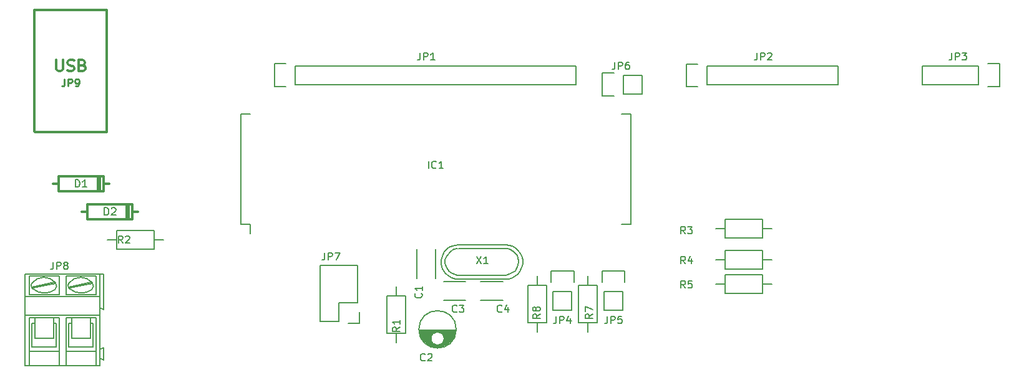
<source format=gbr>
G04 #@! TF.FileFunction,Legend,Top*
%FSLAX46Y46*%
G04 Gerber Fmt 4.6, Leading zero omitted, Abs format (unit mm)*
G04 Created by KiCad (PCBNEW 4.0.7+dfsg1-1) date Tue Apr  3 21:00:36 2018*
%MOMM*%
%LPD*%
G01*
G04 APERTURE LIST*
%ADD10C,0.100000*%
%ADD11C,0.150000*%
%ADD12C,0.304800*%
%ADD13C,0.250190*%
%ADD14C,0.203200*%
G04 APERTURE END LIST*
D10*
D11*
X124440000Y-82054000D02*
X124440000Y-86054000D01*
X121940000Y-82054000D02*
X121940000Y-86054000D01*
X120396000Y-88392000D02*
X120396000Y-93472000D01*
X120396000Y-93472000D02*
X117856000Y-93472000D01*
X117856000Y-93472000D02*
X117856000Y-88392000D01*
X117856000Y-88392000D02*
X120396000Y-88392000D01*
X119126000Y-88392000D02*
X119126000Y-87122000D01*
X119126000Y-93472000D02*
X119126000Y-94742000D01*
X127213000Y-93019000D02*
X122215000Y-93019000D01*
X127205000Y-93159000D02*
X122223000Y-93159000D01*
X127189000Y-93299000D02*
X124809000Y-93299000D01*
X124619000Y-93299000D02*
X122239000Y-93299000D01*
X127165000Y-93439000D02*
X125204000Y-93439000D01*
X124224000Y-93439000D02*
X122263000Y-93439000D01*
X127132000Y-93579000D02*
X125371000Y-93579000D01*
X124057000Y-93579000D02*
X122296000Y-93579000D01*
X127091000Y-93719000D02*
X125478000Y-93719000D01*
X123950000Y-93719000D02*
X122337000Y-93719000D01*
X127041000Y-93859000D02*
X125549000Y-93859000D01*
X123879000Y-93859000D02*
X122387000Y-93859000D01*
X126980000Y-93999000D02*
X125593000Y-93999000D01*
X123835000Y-93999000D02*
X122448000Y-93999000D01*
X126910000Y-94139000D02*
X125612000Y-94139000D01*
X123816000Y-94139000D02*
X122518000Y-94139000D01*
X126828000Y-94279000D02*
X125610000Y-94279000D01*
X123818000Y-94279000D02*
X122600000Y-94279000D01*
X126733000Y-94419000D02*
X125585000Y-94419000D01*
X123843000Y-94419000D02*
X122695000Y-94419000D01*
X126622000Y-94559000D02*
X125537000Y-94559000D01*
X123891000Y-94559000D02*
X122806000Y-94559000D01*
X126494000Y-94699000D02*
X125459000Y-94699000D01*
X123969000Y-94699000D02*
X122934000Y-94699000D01*
X126345000Y-94839000D02*
X125342000Y-94839000D01*
X124086000Y-94839000D02*
X123083000Y-94839000D01*
X126166000Y-94979000D02*
X125154000Y-94979000D01*
X124274000Y-94979000D02*
X123262000Y-94979000D01*
X125947000Y-95119000D02*
X123481000Y-95119000D01*
X125658000Y-95259000D02*
X123770000Y-95259000D01*
X125186000Y-95399000D02*
X124242000Y-95399000D01*
X125614000Y-94194000D02*
G75*
G03X125614000Y-94194000I-900000J0D01*
G01*
X127251500Y-92944000D02*
G75*
G03X127251500Y-92944000I-2537500J0D01*
G01*
X128525000Y-88975000D02*
X125525000Y-88975000D01*
X125525000Y-86475000D02*
X128525000Y-86475000D01*
X133550000Y-88975000D02*
X130550000Y-88975000D01*
X130550000Y-86475000D02*
X133550000Y-86475000D01*
X98065000Y-78665000D02*
X99335000Y-78665000D01*
X98065000Y-63695000D02*
X99335000Y-63695000D01*
X150915000Y-63695000D02*
X149645000Y-63695000D01*
X150915000Y-78665000D02*
X149645000Y-78665000D01*
X98065000Y-78665000D02*
X98065000Y-63695000D01*
X150915000Y-78665000D02*
X150915000Y-63695000D01*
X99335000Y-78665000D02*
X99335000Y-79950000D01*
D12*
X79827120Y-49530000D02*
X70012560Y-49540160D01*
X70012560Y-49540160D02*
X70012560Y-66050160D01*
X70093840Y-66090800D02*
X79806800Y-66090800D01*
X79806800Y-66090800D02*
X79806800Y-49509680D01*
D11*
X105390000Y-59670000D02*
X143490000Y-59670000D01*
X143490000Y-59670000D02*
X143490000Y-57130000D01*
X143490000Y-57130000D02*
X105390000Y-57130000D01*
X102570000Y-56850000D02*
X104120000Y-56850000D01*
X105390000Y-57130000D02*
X105390000Y-59670000D01*
X104120000Y-59950000D02*
X102570000Y-59950000D01*
X102570000Y-59950000D02*
X102570000Y-56850000D01*
X161270000Y-57150000D02*
X179050000Y-57150000D01*
X179050000Y-57150000D02*
X179050000Y-59690000D01*
X179050000Y-59690000D02*
X161270000Y-59690000D01*
X158450000Y-56870000D02*
X160000000Y-56870000D01*
X161270000Y-57150000D02*
X161270000Y-59690000D01*
X160000000Y-59970000D02*
X158450000Y-59970000D01*
X158450000Y-59970000D02*
X158450000Y-56870000D01*
X198130000Y-57130000D02*
X190510000Y-57130000D01*
X198130000Y-59670000D02*
X190510000Y-59670000D01*
X200950000Y-59950000D02*
X199400000Y-59950000D01*
X190510000Y-57130000D02*
X190510000Y-59670000D01*
X198130000Y-59670000D02*
X198130000Y-57130000D01*
X199400000Y-56850000D02*
X200950000Y-56850000D01*
X200950000Y-56850000D02*
X200950000Y-59950000D01*
X142920000Y-87795000D02*
X142920000Y-90335000D01*
X143200000Y-84975000D02*
X143200000Y-86525000D01*
X142920000Y-87795000D02*
X140380000Y-87795000D01*
X140100000Y-86525000D02*
X140100000Y-84975000D01*
X140100000Y-84975000D02*
X143200000Y-84975000D01*
X140380000Y-87795000D02*
X140380000Y-90335000D01*
X140380000Y-90335000D02*
X142920000Y-90335000D01*
X149845000Y-87805000D02*
X149845000Y-90345000D01*
X150125000Y-84985000D02*
X150125000Y-86535000D01*
X149845000Y-87805000D02*
X147305000Y-87805000D01*
X147025000Y-86535000D02*
X147025000Y-84985000D01*
X147025000Y-84985000D02*
X150125000Y-84985000D01*
X147305000Y-87805000D02*
X147305000Y-90345000D01*
X147305000Y-90345000D02*
X149845000Y-90345000D01*
X149895000Y-58405000D02*
X152435000Y-58405000D01*
X147075000Y-58125000D02*
X148625000Y-58125000D01*
X149895000Y-58405000D02*
X149895000Y-60945000D01*
X148625000Y-61225000D02*
X147075000Y-61225000D01*
X147075000Y-61225000D02*
X147075000Y-58125000D01*
X149895000Y-60945000D02*
X152435000Y-60945000D01*
X152435000Y-60945000D02*
X152435000Y-58405000D01*
X113870000Y-89295000D02*
X113870000Y-84215000D01*
X114150000Y-92115000D02*
X112600000Y-92115000D01*
X111330000Y-91835000D02*
X111330000Y-89295000D01*
X111330000Y-89295000D02*
X113870000Y-89295000D01*
X113870000Y-84215000D02*
X108790000Y-84215000D01*
X108790000Y-84215000D02*
X108790000Y-89295000D01*
X114150000Y-92115000D02*
X114150000Y-90565000D01*
X108790000Y-91835000D02*
X111330000Y-91835000D01*
X108790000Y-89295000D02*
X108790000Y-91835000D01*
X70053440Y-94173040D02*
X72593440Y-94173040D01*
X72593440Y-94173040D02*
X72593440Y-91379040D01*
X70053440Y-91379040D02*
X72593440Y-91379040D01*
X70053440Y-94173040D02*
X70053440Y-91379040D01*
X75057240Y-94173040D02*
X77597240Y-94173040D01*
X77597240Y-94173040D02*
X77597240Y-91379040D01*
X75057240Y-91379040D02*
X77597240Y-91379040D01*
X75057240Y-94173040D02*
X75057240Y-91379040D01*
X78918040Y-85410040D02*
X78918040Y-88458040D01*
X78918040Y-85410040D02*
X68733040Y-85410040D01*
X78918040Y-85410040D02*
X79426040Y-85410040D01*
X79426040Y-85410040D02*
X79426040Y-90236040D01*
X79426040Y-90236040D02*
X78918040Y-89982040D01*
X79426040Y-97094040D02*
X78918040Y-96840040D01*
X78918040Y-96840040D02*
X78918040Y-97856040D01*
X79426040Y-95443040D02*
X78918040Y-95697040D01*
X78918040Y-95697040D02*
X78918040Y-96840040D01*
X79426040Y-95443040D02*
X79426040Y-97094040D01*
X74295240Y-97856040D02*
X74295240Y-95951040D01*
X78359240Y-91379040D02*
X78359240Y-95951040D01*
X74295240Y-97856040D02*
X78359240Y-97856040D01*
X78359240Y-97856040D02*
X78918040Y-97856040D01*
X73355440Y-97856040D02*
X73355440Y-95951040D01*
X73355440Y-97856040D02*
X74295240Y-97856040D01*
X69291440Y-91379040D02*
X69291440Y-95951040D01*
X68733040Y-97856040D02*
X69291440Y-97856040D01*
X69291440Y-97856040D02*
X73355440Y-97856040D01*
X74295240Y-95951040D02*
X78359240Y-95951040D01*
X74295240Y-95951040D02*
X74295240Y-91379040D01*
X78359240Y-95951040D02*
X78359240Y-97856040D01*
X73355440Y-95951040D02*
X69291440Y-95951040D01*
X73355440Y-95951040D02*
X73355440Y-91379040D01*
X69291440Y-95951040D02*
X69291440Y-97856040D01*
X77978240Y-95316040D02*
X77978240Y-92141040D01*
X77978240Y-95316040D02*
X74676240Y-95316040D01*
X74676240Y-95316040D02*
X74676240Y-92141040D01*
X72974440Y-95316040D02*
X72974440Y-92141040D01*
X72974440Y-95316040D02*
X69672440Y-95316040D01*
X69672440Y-95316040D02*
X69672440Y-92141040D01*
X69672440Y-92141040D02*
X70053440Y-92141040D01*
X72974440Y-92141040D02*
X72593440Y-92141040D01*
X74676240Y-92141040D02*
X75057240Y-92141040D01*
X77978240Y-92141040D02*
X77597240Y-92141040D01*
X68733040Y-97856040D02*
X68733040Y-90998040D01*
X68733040Y-90998040D02*
X68733040Y-88458040D01*
X78918040Y-89982040D02*
X78918040Y-90998040D01*
X78918040Y-90998040D02*
X78918040Y-95697040D01*
X68733040Y-88458040D02*
X78918040Y-88458040D01*
X68733040Y-88458040D02*
X68733040Y-85410040D01*
X78918040Y-88458040D02*
X78918040Y-89982040D01*
X74295240Y-88204040D02*
X74295240Y-85664040D01*
X74295240Y-85664040D02*
X78359240Y-85664040D01*
X78359240Y-85664040D02*
X78359240Y-88204040D01*
X78359240Y-88204040D02*
X74295240Y-88204040D01*
X73355440Y-88204040D02*
X73355440Y-85664040D01*
X73355440Y-88204040D02*
X69291440Y-88204040D01*
X69291440Y-88204040D02*
X69291440Y-85664040D01*
X73355440Y-85664040D02*
X69291440Y-85664040D01*
X74701640Y-87188040D02*
X77749640Y-86553040D01*
X74828640Y-87315040D02*
X77876640Y-86680040D01*
X69697840Y-87188040D02*
X72748380Y-86553040D01*
X69824840Y-87315040D02*
X72872840Y-86680040D01*
X69291440Y-91379040D02*
X69672440Y-91379040D01*
X73355440Y-91379040D02*
X72974440Y-91379040D01*
X72974440Y-91379040D02*
X69672440Y-91379040D01*
X68733040Y-90998040D02*
X69672440Y-90998040D01*
X69672440Y-90998040D02*
X72974440Y-90998040D01*
X72974440Y-90998040D02*
X74676240Y-90998040D01*
X78918040Y-90998040D02*
X77978240Y-90998040D01*
X77978240Y-90998040D02*
X74676240Y-90998040D01*
X78359240Y-91379040D02*
X77978240Y-91379040D01*
X74295240Y-91379040D02*
X74676240Y-91379040D01*
X74676240Y-91379040D02*
X77978240Y-91379040D01*
X77796012Y-87547610D02*
G75*
G03X77848700Y-86580980I-452772J509430D01*
G01*
X74853312Y-87467936D02*
G75*
G03X77841080Y-87515700I1524728J1905496D01*
G01*
X77852451Y-86576196D02*
G75*
G03X74701640Y-86629240I-1553151J-1348444D01*
G01*
X74752943Y-86579559D02*
G75*
G03X74894680Y-87505540I431297J-407821D01*
G01*
X72792189Y-87550150D02*
G75*
G03X72847440Y-86580980I-452749J511970D01*
G01*
X69852052Y-87467936D02*
G75*
G03X72839820Y-87515700I1524728J1905496D01*
G01*
X72854613Y-86571193D02*
G75*
G03X69697840Y-86629240I-1554033J-1353447D01*
G01*
X69748520Y-86582021D02*
G75*
G03X69893420Y-87505540I431920J-405359D01*
G01*
X81153000Y-79502000D02*
X86233000Y-79502000D01*
X86233000Y-79502000D02*
X86233000Y-82042000D01*
X86233000Y-82042000D02*
X81153000Y-82042000D01*
X81153000Y-82042000D02*
X81153000Y-79502000D01*
X81153000Y-80772000D02*
X79883000Y-80772000D01*
X86233000Y-80772000D02*
X87503000Y-80772000D01*
X168784000Y-80518000D02*
X163704000Y-80518000D01*
X163704000Y-80518000D02*
X163704000Y-77978000D01*
X163704000Y-77978000D02*
X168784000Y-77978000D01*
X168784000Y-77978000D02*
X168784000Y-80518000D01*
X168784000Y-79248000D02*
X170054000Y-79248000D01*
X163704000Y-79248000D02*
X162434000Y-79248000D01*
X168784000Y-84770000D02*
X163704000Y-84770000D01*
X163704000Y-84770000D02*
X163704000Y-82230000D01*
X163704000Y-82230000D02*
X168784000Y-82230000D01*
X168784000Y-82230000D02*
X168784000Y-84770000D01*
X168784000Y-83500000D02*
X170054000Y-83500000D01*
X163704000Y-83500000D02*
X162434000Y-83500000D01*
X168784000Y-88070000D02*
X163704000Y-88070000D01*
X163704000Y-88070000D02*
X163704000Y-85530000D01*
X163704000Y-85530000D02*
X168784000Y-85530000D01*
X168784000Y-85530000D02*
X168784000Y-88070000D01*
X168784000Y-86800000D02*
X170054000Y-86800000D01*
X163704000Y-86800000D02*
X162434000Y-86800000D01*
X143855000Y-92020000D02*
X143855000Y-86940000D01*
X143855000Y-86940000D02*
X146395000Y-86940000D01*
X146395000Y-86940000D02*
X146395000Y-92020000D01*
X146395000Y-92020000D02*
X143855000Y-92020000D01*
X145125000Y-92020000D02*
X145125000Y-93290000D01*
X145125000Y-86940000D02*
X145125000Y-85670000D01*
X136955000Y-92020000D02*
X136955000Y-86940000D01*
X136955000Y-86940000D02*
X139495000Y-86940000D01*
X139495000Y-86940000D02*
X139495000Y-92020000D01*
X139495000Y-92020000D02*
X136955000Y-92020000D01*
X138225000Y-92020000D02*
X138225000Y-93290000D01*
X138225000Y-86940000D02*
X138225000Y-85670000D01*
X135439940Y-82774240D02*
X135640600Y-83175560D01*
X135640600Y-83175560D02*
X135742200Y-83775000D01*
X135742200Y-83775000D02*
X135640600Y-84275380D01*
X135640600Y-84275380D02*
X135241820Y-84973880D01*
X135241820Y-84973880D02*
X134639840Y-85375200D01*
X134639840Y-85375200D02*
X134040400Y-85575860D01*
X134040400Y-85575860D02*
X127441480Y-85575860D01*
X127441480Y-85575860D02*
X126740440Y-85375200D01*
X126740440Y-85375200D02*
X126341660Y-85075480D01*
X126341660Y-85075480D02*
X125940340Y-84575100D01*
X125940340Y-84575100D02*
X125739680Y-83975660D01*
X125739680Y-83975660D02*
X125739680Y-83475280D01*
X125739680Y-83475280D02*
X125940340Y-82974900D01*
X125940340Y-82974900D02*
X126440720Y-82375460D01*
X126440720Y-82375460D02*
X126941100Y-82075740D01*
X126941100Y-82075740D02*
X127441480Y-81974140D01*
X127540540Y-81974140D02*
X134142000Y-81974140D01*
X134142000Y-81974140D02*
X134540780Y-82075740D01*
X134540780Y-82075740D02*
X135041160Y-82375460D01*
X135041160Y-82375460D02*
X135541540Y-82875840D01*
X127550700Y-81445820D02*
X127090960Y-81494080D01*
X127090960Y-81494080D02*
X126692180Y-81605840D01*
X126692180Y-81605840D02*
X126260380Y-81824280D01*
X126260380Y-81824280D02*
X125970820Y-82055420D01*
X125970820Y-82055420D02*
X125640620Y-82405940D01*
X125640620Y-82405940D02*
X125351060Y-82944420D01*
X125351060Y-82944420D02*
X125221520Y-83543860D01*
X125221520Y-83543860D02*
X125221520Y-84054400D01*
X125221520Y-84054400D02*
X125391700Y-84755440D01*
X125391700Y-84755440D02*
X125790480Y-85344720D01*
X125790480Y-85344720D02*
X126250220Y-85715560D01*
X126250220Y-85715560D02*
X126671860Y-85923840D01*
X126671860Y-85923840D02*
X127121440Y-86083860D01*
X127121440Y-86083860D02*
X127560860Y-86114340D01*
X134901460Y-85895900D02*
X135279920Y-85674920D01*
X135279920Y-85674920D02*
X135599960Y-85395520D01*
X135599960Y-85395520D02*
X135851420Y-85065320D01*
X135851420Y-85065320D02*
X136151140Y-84514140D01*
X136151140Y-84514140D02*
X136260360Y-84044240D01*
X136260360Y-84044240D02*
X136280680Y-83584500D01*
X136280680Y-83584500D02*
X136191780Y-83124760D01*
X136191780Y-83124760D02*
X136001280Y-82675180D01*
X136001280Y-82675180D02*
X135640600Y-82205280D01*
X135640600Y-82205280D02*
X135290080Y-81885240D01*
X135290080Y-81885240D02*
X134901460Y-81654100D01*
X134901460Y-81654100D02*
X134472200Y-81514400D01*
X134472200Y-81514400D02*
X134030240Y-81445820D01*
X127540540Y-86104180D02*
X133992140Y-86104180D01*
X133992140Y-86104180D02*
X134411240Y-86066080D01*
X134411240Y-86066080D02*
X134901460Y-85895900D01*
X127540540Y-81445820D02*
X133992140Y-81445820D01*
D12*
X80137000Y-73152000D02*
X79375000Y-73152000D01*
X79375000Y-73152000D02*
X79375000Y-72136000D01*
X79375000Y-72136000D02*
X73279000Y-72136000D01*
X73279000Y-72136000D02*
X73279000Y-73152000D01*
X73279000Y-73152000D02*
X72517000Y-73152000D01*
X73279000Y-73152000D02*
X73279000Y-74168000D01*
X73279000Y-74168000D02*
X79375000Y-74168000D01*
X79375000Y-74168000D02*
X79375000Y-73152000D01*
X78867000Y-72136000D02*
X78867000Y-74168000D01*
X78613000Y-74168000D02*
X78613000Y-72136000D01*
X84074000Y-76962000D02*
X83312000Y-76962000D01*
X83312000Y-76962000D02*
X83312000Y-75946000D01*
X83312000Y-75946000D02*
X77216000Y-75946000D01*
X77216000Y-75946000D02*
X77216000Y-76962000D01*
X77216000Y-76962000D02*
X76454000Y-76962000D01*
X77216000Y-76962000D02*
X77216000Y-77978000D01*
X77216000Y-77978000D02*
X83312000Y-77978000D01*
X83312000Y-77978000D02*
X83312000Y-76962000D01*
X82804000Y-75946000D02*
X82804000Y-77978000D01*
X82550000Y-77978000D02*
X82550000Y-75946000D01*
D11*
X122531143Y-88050666D02*
X122578762Y-88098285D01*
X122626381Y-88241142D01*
X122626381Y-88336380D01*
X122578762Y-88479238D01*
X122483524Y-88574476D01*
X122388286Y-88622095D01*
X122197810Y-88669714D01*
X122054952Y-88669714D01*
X121864476Y-88622095D01*
X121769238Y-88574476D01*
X121674000Y-88479238D01*
X121626381Y-88336380D01*
X121626381Y-88241142D01*
X121674000Y-88098285D01*
X121721619Y-88050666D01*
X122626381Y-87098285D02*
X122626381Y-87669714D01*
X122626381Y-87384000D02*
X121626381Y-87384000D01*
X121769238Y-87479238D01*
X121864476Y-87574476D01*
X121912095Y-87669714D01*
X119578381Y-92622666D02*
X119102190Y-92956000D01*
X119578381Y-93194095D02*
X118578381Y-93194095D01*
X118578381Y-92813142D01*
X118626000Y-92717904D01*
X118673619Y-92670285D01*
X118768857Y-92622666D01*
X118911714Y-92622666D01*
X119006952Y-92670285D01*
X119054571Y-92717904D01*
X119102190Y-92813142D01*
X119102190Y-93194095D01*
X119578381Y-91670285D02*
X119578381Y-92241714D01*
X119578381Y-91956000D02*
X118578381Y-91956000D01*
X118721238Y-92051238D01*
X118816476Y-92146476D01*
X118864095Y-92241714D01*
X123023334Y-97131143D02*
X122975715Y-97178762D01*
X122832858Y-97226381D01*
X122737620Y-97226381D01*
X122594762Y-97178762D01*
X122499524Y-97083524D01*
X122451905Y-96988286D01*
X122404286Y-96797810D01*
X122404286Y-96654952D01*
X122451905Y-96464476D01*
X122499524Y-96369238D01*
X122594762Y-96274000D01*
X122737620Y-96226381D01*
X122832858Y-96226381D01*
X122975715Y-96274000D01*
X123023334Y-96321619D01*
X123404286Y-96321619D02*
X123451905Y-96274000D01*
X123547143Y-96226381D01*
X123785239Y-96226381D01*
X123880477Y-96274000D01*
X123928096Y-96321619D01*
X123975715Y-96416857D01*
X123975715Y-96512095D01*
X123928096Y-96654952D01*
X123356667Y-97226381D01*
X123975715Y-97226381D01*
X127341334Y-90527143D02*
X127293715Y-90574762D01*
X127150858Y-90622381D01*
X127055620Y-90622381D01*
X126912762Y-90574762D01*
X126817524Y-90479524D01*
X126769905Y-90384286D01*
X126722286Y-90193810D01*
X126722286Y-90050952D01*
X126769905Y-89860476D01*
X126817524Y-89765238D01*
X126912762Y-89670000D01*
X127055620Y-89622381D01*
X127150858Y-89622381D01*
X127293715Y-89670000D01*
X127341334Y-89717619D01*
X127674667Y-89622381D02*
X128293715Y-89622381D01*
X127960381Y-90003333D01*
X128103239Y-90003333D01*
X128198477Y-90050952D01*
X128246096Y-90098571D01*
X128293715Y-90193810D01*
X128293715Y-90431905D01*
X128246096Y-90527143D01*
X128198477Y-90574762D01*
X128103239Y-90622381D01*
X127817524Y-90622381D01*
X127722286Y-90574762D01*
X127674667Y-90527143D01*
X133437334Y-90527143D02*
X133389715Y-90574762D01*
X133246858Y-90622381D01*
X133151620Y-90622381D01*
X133008762Y-90574762D01*
X132913524Y-90479524D01*
X132865905Y-90384286D01*
X132818286Y-90193810D01*
X132818286Y-90050952D01*
X132865905Y-89860476D01*
X132913524Y-89765238D01*
X133008762Y-89670000D01*
X133151620Y-89622381D01*
X133246858Y-89622381D01*
X133389715Y-89670000D01*
X133437334Y-89717619D01*
X134294477Y-89955714D02*
X134294477Y-90622381D01*
X134056381Y-89574762D02*
X133818286Y-90289048D01*
X134437334Y-90289048D01*
X123483810Y-71064381D02*
X123483810Y-70064381D01*
X124531429Y-70969143D02*
X124483810Y-71016762D01*
X124340953Y-71064381D01*
X124245715Y-71064381D01*
X124102857Y-71016762D01*
X124007619Y-70921524D01*
X123960000Y-70826286D01*
X123912381Y-70635810D01*
X123912381Y-70492952D01*
X123960000Y-70302476D01*
X124007619Y-70207238D01*
X124102857Y-70112000D01*
X124245715Y-70064381D01*
X124340953Y-70064381D01*
X124483810Y-70112000D01*
X124531429Y-70159619D01*
X125483810Y-71064381D02*
X124912381Y-71064381D01*
X125198095Y-71064381D02*
X125198095Y-70064381D01*
X125102857Y-70207238D01*
X125007619Y-70302476D01*
X124912381Y-70350095D01*
D13*
X74096034Y-58887965D02*
X74096034Y-59602793D01*
X74048378Y-59745759D01*
X73953068Y-59841070D01*
X73810102Y-59888725D01*
X73714792Y-59888725D01*
X74572586Y-59888725D02*
X74572586Y-58887965D01*
X74953828Y-58887965D01*
X75049139Y-58935620D01*
X75096794Y-58983275D01*
X75144449Y-59078586D01*
X75144449Y-59221551D01*
X75096794Y-59316862D01*
X75049139Y-59364517D01*
X74953828Y-59412172D01*
X74572586Y-59412172D01*
X75621001Y-59888725D02*
X75811622Y-59888725D01*
X75906933Y-59841070D01*
X75954588Y-59793414D01*
X76049899Y-59650449D01*
X76097554Y-59459828D01*
X76097554Y-59078586D01*
X76049899Y-58983275D01*
X76002243Y-58935620D01*
X75906933Y-58887965D01*
X75716312Y-58887965D01*
X75621001Y-58935620D01*
X75573346Y-58983275D01*
X75525691Y-59078586D01*
X75525691Y-59316862D01*
X75573346Y-59412172D01*
X75621001Y-59459828D01*
X75716312Y-59507483D01*
X75906933Y-59507483D01*
X76002243Y-59459828D01*
X76049899Y-59412172D01*
X76097554Y-59316862D01*
D12*
X73006857Y-56315429D02*
X73006857Y-57549143D01*
X73079429Y-57694286D01*
X73152000Y-57766857D01*
X73297143Y-57839429D01*
X73587429Y-57839429D01*
X73732571Y-57766857D01*
X73805143Y-57694286D01*
X73877714Y-57549143D01*
X73877714Y-56315429D01*
X74530857Y-57766857D02*
X74748571Y-57839429D01*
X75111428Y-57839429D01*
X75256571Y-57766857D01*
X75329142Y-57694286D01*
X75401714Y-57549143D01*
X75401714Y-57404000D01*
X75329142Y-57258857D01*
X75256571Y-57186286D01*
X75111428Y-57113714D01*
X74821142Y-57041143D01*
X74676000Y-56968571D01*
X74603428Y-56896000D01*
X74530857Y-56750857D01*
X74530857Y-56605714D01*
X74603428Y-56460571D01*
X74676000Y-56388000D01*
X74821142Y-56315429D01*
X75184000Y-56315429D01*
X75401714Y-56388000D01*
X76562857Y-57041143D02*
X76780571Y-57113714D01*
X76853143Y-57186286D01*
X76925714Y-57331429D01*
X76925714Y-57549143D01*
X76853143Y-57694286D01*
X76780571Y-57766857D01*
X76635429Y-57839429D01*
X76054857Y-57839429D01*
X76054857Y-56315429D01*
X76562857Y-56315429D01*
X76708000Y-56388000D01*
X76780571Y-56460571D01*
X76853143Y-56605714D01*
X76853143Y-56750857D01*
X76780571Y-56896000D01*
X76708000Y-56968571D01*
X76562857Y-57041143D01*
X76054857Y-57041143D01*
D11*
X122356667Y-55332381D02*
X122356667Y-56046667D01*
X122309047Y-56189524D01*
X122213809Y-56284762D01*
X122070952Y-56332381D01*
X121975714Y-56332381D01*
X122832857Y-56332381D02*
X122832857Y-55332381D01*
X123213810Y-55332381D01*
X123309048Y-55380000D01*
X123356667Y-55427619D01*
X123404286Y-55522857D01*
X123404286Y-55665714D01*
X123356667Y-55760952D01*
X123309048Y-55808571D01*
X123213810Y-55856190D01*
X122832857Y-55856190D01*
X124356667Y-56332381D02*
X123785238Y-56332381D01*
X124070952Y-56332381D02*
X124070952Y-55332381D01*
X123975714Y-55475238D01*
X123880476Y-55570476D01*
X123785238Y-55618095D01*
X168076667Y-55332381D02*
X168076667Y-56046667D01*
X168029047Y-56189524D01*
X167933809Y-56284762D01*
X167790952Y-56332381D01*
X167695714Y-56332381D01*
X168552857Y-56332381D02*
X168552857Y-55332381D01*
X168933810Y-55332381D01*
X169029048Y-55380000D01*
X169076667Y-55427619D01*
X169124286Y-55522857D01*
X169124286Y-55665714D01*
X169076667Y-55760952D01*
X169029048Y-55808571D01*
X168933810Y-55856190D01*
X168552857Y-55856190D01*
X169505238Y-55427619D02*
X169552857Y-55380000D01*
X169648095Y-55332381D01*
X169886191Y-55332381D01*
X169981429Y-55380000D01*
X170029048Y-55427619D01*
X170076667Y-55522857D01*
X170076667Y-55618095D01*
X170029048Y-55760952D01*
X169457619Y-56332381D01*
X170076667Y-56332381D01*
X194492667Y-55332381D02*
X194492667Y-56046667D01*
X194445047Y-56189524D01*
X194349809Y-56284762D01*
X194206952Y-56332381D01*
X194111714Y-56332381D01*
X194968857Y-56332381D02*
X194968857Y-55332381D01*
X195349810Y-55332381D01*
X195445048Y-55380000D01*
X195492667Y-55427619D01*
X195540286Y-55522857D01*
X195540286Y-55665714D01*
X195492667Y-55760952D01*
X195445048Y-55808571D01*
X195349810Y-55856190D01*
X194968857Y-55856190D01*
X195873619Y-55332381D02*
X196492667Y-55332381D01*
X196159333Y-55713333D01*
X196302191Y-55713333D01*
X196397429Y-55760952D01*
X196445048Y-55808571D01*
X196492667Y-55903810D01*
X196492667Y-56141905D01*
X196445048Y-56237143D01*
X196397429Y-56284762D01*
X196302191Y-56332381D01*
X196016476Y-56332381D01*
X195921238Y-56284762D01*
X195873619Y-56237143D01*
X140816667Y-91146381D02*
X140816667Y-91860667D01*
X140769047Y-92003524D01*
X140673809Y-92098762D01*
X140530952Y-92146381D01*
X140435714Y-92146381D01*
X141292857Y-92146381D02*
X141292857Y-91146381D01*
X141673810Y-91146381D01*
X141769048Y-91194000D01*
X141816667Y-91241619D01*
X141864286Y-91336857D01*
X141864286Y-91479714D01*
X141816667Y-91574952D01*
X141769048Y-91622571D01*
X141673810Y-91670190D01*
X141292857Y-91670190D01*
X142721429Y-91479714D02*
X142721429Y-92146381D01*
X142483333Y-91098762D02*
X142245238Y-91813048D01*
X142864286Y-91813048D01*
X147756667Y-91146381D02*
X147756667Y-91860667D01*
X147709047Y-92003524D01*
X147613809Y-92098762D01*
X147470952Y-92146381D01*
X147375714Y-92146381D01*
X148232857Y-92146381D02*
X148232857Y-91146381D01*
X148613810Y-91146381D01*
X148709048Y-91194000D01*
X148756667Y-91241619D01*
X148804286Y-91336857D01*
X148804286Y-91479714D01*
X148756667Y-91574952D01*
X148709048Y-91622571D01*
X148613810Y-91670190D01*
X148232857Y-91670190D01*
X149709048Y-91146381D02*
X149232857Y-91146381D01*
X149185238Y-91622571D01*
X149232857Y-91574952D01*
X149328095Y-91527333D01*
X149566191Y-91527333D01*
X149661429Y-91574952D01*
X149709048Y-91622571D01*
X149756667Y-91717810D01*
X149756667Y-91955905D01*
X149709048Y-92051143D01*
X149661429Y-92098762D01*
X149566191Y-92146381D01*
X149328095Y-92146381D01*
X149232857Y-92098762D01*
X149185238Y-92051143D01*
X148772667Y-56602381D02*
X148772667Y-57316667D01*
X148725047Y-57459524D01*
X148629809Y-57554762D01*
X148486952Y-57602381D01*
X148391714Y-57602381D01*
X149248857Y-57602381D02*
X149248857Y-56602381D01*
X149629810Y-56602381D01*
X149725048Y-56650000D01*
X149772667Y-56697619D01*
X149820286Y-56792857D01*
X149820286Y-56935714D01*
X149772667Y-57030952D01*
X149725048Y-57078571D01*
X149629810Y-57126190D01*
X149248857Y-57126190D01*
X150677429Y-56602381D02*
X150486952Y-56602381D01*
X150391714Y-56650000D01*
X150344095Y-56697619D01*
X150248857Y-56840476D01*
X150201238Y-57030952D01*
X150201238Y-57411905D01*
X150248857Y-57507143D01*
X150296476Y-57554762D01*
X150391714Y-57602381D01*
X150582191Y-57602381D01*
X150677429Y-57554762D01*
X150725048Y-57507143D01*
X150772667Y-57411905D01*
X150772667Y-57173810D01*
X150725048Y-57078571D01*
X150677429Y-57030952D01*
X150582191Y-56983333D01*
X150391714Y-56983333D01*
X150296476Y-57030952D01*
X150248857Y-57078571D01*
X150201238Y-57173810D01*
X109402667Y-82510381D02*
X109402667Y-83224667D01*
X109355047Y-83367524D01*
X109259809Y-83462762D01*
X109116952Y-83510381D01*
X109021714Y-83510381D01*
X109878857Y-83510381D02*
X109878857Y-82510381D01*
X110259810Y-82510381D01*
X110355048Y-82558000D01*
X110402667Y-82605619D01*
X110450286Y-82700857D01*
X110450286Y-82843714D01*
X110402667Y-82938952D01*
X110355048Y-82986571D01*
X110259810Y-83034190D01*
X109878857Y-83034190D01*
X110783619Y-82510381D02*
X111450286Y-82510381D01*
X111021714Y-83510381D01*
X72572667Y-83780381D02*
X72572667Y-84494667D01*
X72525047Y-84637524D01*
X72429809Y-84732762D01*
X72286952Y-84780381D01*
X72191714Y-84780381D01*
X73048857Y-84780381D02*
X73048857Y-83780381D01*
X73429810Y-83780381D01*
X73525048Y-83828000D01*
X73572667Y-83875619D01*
X73620286Y-83970857D01*
X73620286Y-84113714D01*
X73572667Y-84208952D01*
X73525048Y-84256571D01*
X73429810Y-84304190D01*
X73048857Y-84304190D01*
X74191714Y-84208952D02*
X74096476Y-84161333D01*
X74048857Y-84113714D01*
X74001238Y-84018476D01*
X74001238Y-83970857D01*
X74048857Y-83875619D01*
X74096476Y-83828000D01*
X74191714Y-83780381D01*
X74382191Y-83780381D01*
X74477429Y-83828000D01*
X74525048Y-83875619D01*
X74572667Y-83970857D01*
X74572667Y-84018476D01*
X74525048Y-84113714D01*
X74477429Y-84161333D01*
X74382191Y-84208952D01*
X74191714Y-84208952D01*
X74096476Y-84256571D01*
X74048857Y-84304190D01*
X74001238Y-84399429D01*
X74001238Y-84589905D01*
X74048857Y-84685143D01*
X74096476Y-84732762D01*
X74191714Y-84780381D01*
X74382191Y-84780381D01*
X74477429Y-84732762D01*
X74525048Y-84685143D01*
X74572667Y-84589905D01*
X74572667Y-84399429D01*
X74525048Y-84304190D01*
X74477429Y-84256571D01*
X74382191Y-84208952D01*
X82002334Y-81224381D02*
X81669000Y-80748190D01*
X81430905Y-81224381D02*
X81430905Y-80224381D01*
X81811858Y-80224381D01*
X81907096Y-80272000D01*
X81954715Y-80319619D01*
X82002334Y-80414857D01*
X82002334Y-80557714D01*
X81954715Y-80652952D01*
X81907096Y-80700571D01*
X81811858Y-80748190D01*
X81430905Y-80748190D01*
X82383286Y-80319619D02*
X82430905Y-80272000D01*
X82526143Y-80224381D01*
X82764239Y-80224381D01*
X82859477Y-80272000D01*
X82907096Y-80319619D01*
X82954715Y-80414857D01*
X82954715Y-80510095D01*
X82907096Y-80652952D01*
X82335667Y-81224381D01*
X82954715Y-81224381D01*
X158329334Y-79954381D02*
X157996000Y-79478190D01*
X157757905Y-79954381D02*
X157757905Y-78954381D01*
X158138858Y-78954381D01*
X158234096Y-79002000D01*
X158281715Y-79049619D01*
X158329334Y-79144857D01*
X158329334Y-79287714D01*
X158281715Y-79382952D01*
X158234096Y-79430571D01*
X158138858Y-79478190D01*
X157757905Y-79478190D01*
X158662667Y-78954381D02*
X159281715Y-78954381D01*
X158948381Y-79335333D01*
X159091239Y-79335333D01*
X159186477Y-79382952D01*
X159234096Y-79430571D01*
X159281715Y-79525810D01*
X159281715Y-79763905D01*
X159234096Y-79859143D01*
X159186477Y-79906762D01*
X159091239Y-79954381D01*
X158805524Y-79954381D01*
X158710286Y-79906762D01*
X158662667Y-79859143D01*
X158329334Y-84018381D02*
X157996000Y-83542190D01*
X157757905Y-84018381D02*
X157757905Y-83018381D01*
X158138858Y-83018381D01*
X158234096Y-83066000D01*
X158281715Y-83113619D01*
X158329334Y-83208857D01*
X158329334Y-83351714D01*
X158281715Y-83446952D01*
X158234096Y-83494571D01*
X158138858Y-83542190D01*
X157757905Y-83542190D01*
X159186477Y-83351714D02*
X159186477Y-84018381D01*
X158948381Y-82970762D02*
X158710286Y-83685048D01*
X159329334Y-83685048D01*
X158329334Y-87320381D02*
X157996000Y-86844190D01*
X157757905Y-87320381D02*
X157757905Y-86320381D01*
X158138858Y-86320381D01*
X158234096Y-86368000D01*
X158281715Y-86415619D01*
X158329334Y-86510857D01*
X158329334Y-86653714D01*
X158281715Y-86748952D01*
X158234096Y-86796571D01*
X158138858Y-86844190D01*
X157757905Y-86844190D01*
X159234096Y-86320381D02*
X158757905Y-86320381D01*
X158710286Y-86796571D01*
X158757905Y-86748952D01*
X158853143Y-86701333D01*
X159091239Y-86701333D01*
X159186477Y-86748952D01*
X159234096Y-86796571D01*
X159281715Y-86891810D01*
X159281715Y-87129905D01*
X159234096Y-87225143D01*
X159186477Y-87272762D01*
X159091239Y-87320381D01*
X158853143Y-87320381D01*
X158757905Y-87272762D01*
X158710286Y-87225143D01*
X145740381Y-90844666D02*
X145264190Y-91178000D01*
X145740381Y-91416095D02*
X144740381Y-91416095D01*
X144740381Y-91035142D01*
X144788000Y-90939904D01*
X144835619Y-90892285D01*
X144930857Y-90844666D01*
X145073714Y-90844666D01*
X145168952Y-90892285D01*
X145216571Y-90939904D01*
X145264190Y-91035142D01*
X145264190Y-91416095D01*
X144740381Y-90511333D02*
X144740381Y-89844666D01*
X145740381Y-90273238D01*
X138628381Y-90844666D02*
X138152190Y-91178000D01*
X138628381Y-91416095D02*
X137628381Y-91416095D01*
X137628381Y-91035142D01*
X137676000Y-90939904D01*
X137723619Y-90892285D01*
X137818857Y-90844666D01*
X137961714Y-90844666D01*
X138056952Y-90892285D01*
X138104571Y-90939904D01*
X138152190Y-91035142D01*
X138152190Y-91416095D01*
X138056952Y-90273238D02*
X138009333Y-90368476D01*
X137961714Y-90416095D01*
X137866476Y-90463714D01*
X137818857Y-90463714D01*
X137723619Y-90416095D01*
X137676000Y-90368476D01*
X137628381Y-90273238D01*
X137628381Y-90082761D01*
X137676000Y-89987523D01*
X137723619Y-89939904D01*
X137818857Y-89892285D01*
X137866476Y-89892285D01*
X137961714Y-89939904D01*
X138009333Y-89987523D01*
X138056952Y-90082761D01*
X138056952Y-90273238D01*
X138104571Y-90368476D01*
X138152190Y-90416095D01*
X138247429Y-90463714D01*
X138437905Y-90463714D01*
X138533143Y-90416095D01*
X138580762Y-90368476D01*
X138628381Y-90273238D01*
X138628381Y-90082761D01*
X138580762Y-89987523D01*
X138533143Y-89939904D01*
X138437905Y-89892285D01*
X138247429Y-89892285D01*
X138152190Y-89939904D01*
X138104571Y-89987523D01*
X138056952Y-90082761D01*
X130000476Y-83018381D02*
X130667143Y-84018381D01*
X130667143Y-83018381D02*
X130000476Y-84018381D01*
X131571905Y-84018381D02*
X131000476Y-84018381D01*
X131286190Y-84018381D02*
X131286190Y-83018381D01*
X131190952Y-83161238D01*
X131095714Y-83256476D01*
X131000476Y-83304095D01*
D14*
X75577096Y-73611619D02*
X75577096Y-72595619D01*
X75819001Y-72595619D01*
X75964143Y-72644000D01*
X76060905Y-72740762D01*
X76109286Y-72837524D01*
X76157667Y-73031048D01*
X76157667Y-73176190D01*
X76109286Y-73369714D01*
X76060905Y-73466476D01*
X75964143Y-73563238D01*
X75819001Y-73611619D01*
X75577096Y-73611619D01*
X77125286Y-73611619D02*
X76544715Y-73611619D01*
X76835001Y-73611619D02*
X76835001Y-72595619D01*
X76738239Y-72740762D01*
X76641477Y-72837524D01*
X76544715Y-72885905D01*
X79514096Y-77421619D02*
X79514096Y-76405619D01*
X79756001Y-76405619D01*
X79901143Y-76454000D01*
X79997905Y-76550762D01*
X80046286Y-76647524D01*
X80094667Y-76841048D01*
X80094667Y-76986190D01*
X80046286Y-77179714D01*
X79997905Y-77276476D01*
X79901143Y-77373238D01*
X79756001Y-77421619D01*
X79514096Y-77421619D01*
X80481715Y-76502381D02*
X80530096Y-76454000D01*
X80626858Y-76405619D01*
X80868762Y-76405619D01*
X80965524Y-76454000D01*
X81013905Y-76502381D01*
X81062286Y-76599143D01*
X81062286Y-76695905D01*
X81013905Y-76841048D01*
X80433334Y-77421619D01*
X81062286Y-77421619D01*
M02*

</source>
